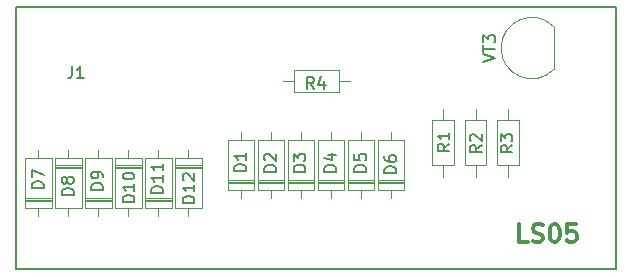
<source format=gbr>
G04 #@! TF.GenerationSoftware,KiCad,Pcbnew,(5.0.0)*
G04 #@! TF.CreationDate,2019-01-17T16:59:51+00:00*
G04 #@! TF.ProjectId,LS05,4C5330352E6B696361645F7063620000,rev?*
G04 #@! TF.SameCoordinates,Original*
G04 #@! TF.FileFunction,Legend,Top*
G04 #@! TF.FilePolarity,Positive*
%FSLAX46Y46*%
G04 Gerber Fmt 4.6, Leading zero omitted, Abs format (unit mm)*
G04 Created by KiCad (PCBNEW (5.0.0)) date 01/17/19 16:59:51*
%MOMM*%
%LPD*%
G01*
G04 APERTURE LIST*
%ADD10C,0.300000*%
%ADD11C,0.120000*%
%ADD12C,0.150000*%
G04 APERTURE END LIST*
D10*
X180756928Y-93833071D02*
X180042642Y-93833071D01*
X180042642Y-92333071D01*
X181185500Y-93761642D02*
X181399785Y-93833071D01*
X181756928Y-93833071D01*
X181899785Y-93761642D01*
X181971214Y-93690214D01*
X182042642Y-93547357D01*
X182042642Y-93404500D01*
X181971214Y-93261642D01*
X181899785Y-93190214D01*
X181756928Y-93118785D01*
X181471214Y-93047357D01*
X181328357Y-92975928D01*
X181256928Y-92904500D01*
X181185500Y-92761642D01*
X181185500Y-92618785D01*
X181256928Y-92475928D01*
X181328357Y-92404500D01*
X181471214Y-92333071D01*
X181828357Y-92333071D01*
X182042642Y-92404500D01*
X182971214Y-92333071D02*
X183114071Y-92333071D01*
X183256928Y-92404500D01*
X183328357Y-92475928D01*
X183399785Y-92618785D01*
X183471214Y-92904500D01*
X183471214Y-93261642D01*
X183399785Y-93547357D01*
X183328357Y-93690214D01*
X183256928Y-93761642D01*
X183114071Y-93833071D01*
X182971214Y-93833071D01*
X182828357Y-93761642D01*
X182756928Y-93690214D01*
X182685500Y-93547357D01*
X182614071Y-93261642D01*
X182614071Y-92904500D01*
X182685500Y-92618785D01*
X182756928Y-92475928D01*
X182828357Y-92404500D01*
X182971214Y-92333071D01*
X184828357Y-92333071D02*
X184114071Y-92333071D01*
X184042642Y-93047357D01*
X184114071Y-92975928D01*
X184256928Y-92904500D01*
X184614071Y-92904500D01*
X184756928Y-92975928D01*
X184828357Y-93047357D01*
X184899785Y-93190214D01*
X184899785Y-93547357D01*
X184828357Y-93690214D01*
X184756928Y-93761642D01*
X184614071Y-93833071D01*
X184256928Y-93833071D01*
X184114071Y-93761642D01*
X184042642Y-93690214D01*
D11*
G04 #@! TO.C,D1*
X155344000Y-88832500D02*
X157584000Y-88832500D01*
X155344000Y-88592500D02*
X157584000Y-88592500D01*
X155344000Y-88712500D02*
X157584000Y-88712500D01*
X156464000Y-84542500D02*
X156464000Y-85192500D01*
X156464000Y-90082500D02*
X156464000Y-89432500D01*
X155344000Y-85192500D02*
X155344000Y-89432500D01*
X157584000Y-85192500D02*
X155344000Y-85192500D01*
X157584000Y-89432500D02*
X157584000Y-85192500D01*
X155344000Y-89432500D02*
X157584000Y-89432500D01*
G04 #@! TO.C,D2*
X157884000Y-89432500D02*
X160124000Y-89432500D01*
X160124000Y-89432500D02*
X160124000Y-85192500D01*
X160124000Y-85192500D02*
X157884000Y-85192500D01*
X157884000Y-85192500D02*
X157884000Y-89432500D01*
X159004000Y-90082500D02*
X159004000Y-89432500D01*
X159004000Y-84542500D02*
X159004000Y-85192500D01*
X157884000Y-88712500D02*
X160124000Y-88712500D01*
X157884000Y-88592500D02*
X160124000Y-88592500D01*
X157884000Y-88832500D02*
X160124000Y-88832500D01*
G04 #@! TO.C,D3*
X160424000Y-88832500D02*
X162664000Y-88832500D01*
X160424000Y-88592500D02*
X162664000Y-88592500D01*
X160424000Y-88712500D02*
X162664000Y-88712500D01*
X161544000Y-84542500D02*
X161544000Y-85192500D01*
X161544000Y-90082500D02*
X161544000Y-89432500D01*
X160424000Y-85192500D02*
X160424000Y-89432500D01*
X162664000Y-85192500D02*
X160424000Y-85192500D01*
X162664000Y-89432500D02*
X162664000Y-85192500D01*
X160424000Y-89432500D02*
X162664000Y-89432500D01*
G04 #@! TO.C,D4*
X162964000Y-89432500D02*
X165204000Y-89432500D01*
X165204000Y-89432500D02*
X165204000Y-85192500D01*
X165204000Y-85192500D02*
X162964000Y-85192500D01*
X162964000Y-85192500D02*
X162964000Y-89432500D01*
X164084000Y-90082500D02*
X164084000Y-89432500D01*
X164084000Y-84542500D02*
X164084000Y-85192500D01*
X162964000Y-88712500D02*
X165204000Y-88712500D01*
X162964000Y-88592500D02*
X165204000Y-88592500D01*
X162964000Y-88832500D02*
X165204000Y-88832500D01*
G04 #@! TO.C,D5*
X165504000Y-88832500D02*
X167744000Y-88832500D01*
X165504000Y-88592500D02*
X167744000Y-88592500D01*
X165504000Y-88712500D02*
X167744000Y-88712500D01*
X166624000Y-84542500D02*
X166624000Y-85192500D01*
X166624000Y-90082500D02*
X166624000Y-89432500D01*
X165504000Y-85192500D02*
X165504000Y-89432500D01*
X167744000Y-85192500D02*
X165504000Y-85192500D01*
X167744000Y-89432500D02*
X167744000Y-85192500D01*
X165504000Y-89432500D02*
X167744000Y-89432500D01*
G04 #@! TO.C,D6*
X168044000Y-89432500D02*
X170284000Y-89432500D01*
X170284000Y-89432500D02*
X170284000Y-85192500D01*
X170284000Y-85192500D02*
X168044000Y-85192500D01*
X168044000Y-85192500D02*
X168044000Y-89432500D01*
X169164000Y-90082500D02*
X169164000Y-89432500D01*
X169164000Y-84542500D02*
X169164000Y-85192500D01*
X168044000Y-88712500D02*
X170284000Y-88712500D01*
X168044000Y-88592500D02*
X170284000Y-88592500D01*
X168044000Y-88832500D02*
X170284000Y-88832500D01*
G04 #@! TO.C,D7*
X138199000Y-90356500D02*
X140439000Y-90356500D01*
X138199000Y-90116500D02*
X140439000Y-90116500D01*
X138199000Y-90236500D02*
X140439000Y-90236500D01*
X139319000Y-86066500D02*
X139319000Y-86716500D01*
X139319000Y-91606500D02*
X139319000Y-90956500D01*
X138199000Y-86716500D02*
X138199000Y-90956500D01*
X140439000Y-86716500D02*
X138199000Y-86716500D01*
X140439000Y-90956500D02*
X140439000Y-86716500D01*
X138199000Y-90956500D02*
X140439000Y-90956500D01*
G04 #@! TO.C,D8*
X142979000Y-86716500D02*
X140739000Y-86716500D01*
X140739000Y-86716500D02*
X140739000Y-90956500D01*
X140739000Y-90956500D02*
X142979000Y-90956500D01*
X142979000Y-90956500D02*
X142979000Y-86716500D01*
X141859000Y-86066500D02*
X141859000Y-86716500D01*
X141859000Y-91606500D02*
X141859000Y-90956500D01*
X142979000Y-87436500D02*
X140739000Y-87436500D01*
X142979000Y-87556500D02*
X140739000Y-87556500D01*
X142979000Y-87316500D02*
X140739000Y-87316500D01*
G04 #@! TO.C,D9*
X143279000Y-90356500D02*
X145519000Y-90356500D01*
X143279000Y-90116500D02*
X145519000Y-90116500D01*
X143279000Y-90236500D02*
X145519000Y-90236500D01*
X144399000Y-86066500D02*
X144399000Y-86716500D01*
X144399000Y-91606500D02*
X144399000Y-90956500D01*
X143279000Y-86716500D02*
X143279000Y-90956500D01*
X145519000Y-86716500D02*
X143279000Y-86716500D01*
X145519000Y-90956500D02*
X145519000Y-86716500D01*
X143279000Y-90956500D02*
X145519000Y-90956500D01*
G04 #@! TO.C,D10*
X148059000Y-86716500D02*
X145819000Y-86716500D01*
X145819000Y-86716500D02*
X145819000Y-90956500D01*
X145819000Y-90956500D02*
X148059000Y-90956500D01*
X148059000Y-90956500D02*
X148059000Y-86716500D01*
X146939000Y-86066500D02*
X146939000Y-86716500D01*
X146939000Y-91606500D02*
X146939000Y-90956500D01*
X148059000Y-87436500D02*
X145819000Y-87436500D01*
X148059000Y-87556500D02*
X145819000Y-87556500D01*
X148059000Y-87316500D02*
X145819000Y-87316500D01*
G04 #@! TO.C,D11*
X148359000Y-90356500D02*
X150599000Y-90356500D01*
X148359000Y-90116500D02*
X150599000Y-90116500D01*
X148359000Y-90236500D02*
X150599000Y-90236500D01*
X149479000Y-86066500D02*
X149479000Y-86716500D01*
X149479000Y-91606500D02*
X149479000Y-90956500D01*
X148359000Y-86716500D02*
X148359000Y-90956500D01*
X150599000Y-86716500D02*
X148359000Y-86716500D01*
X150599000Y-90956500D02*
X150599000Y-86716500D01*
X148359000Y-90956500D02*
X150599000Y-90956500D01*
G04 #@! TO.C,D12*
X153139000Y-86716500D02*
X150899000Y-86716500D01*
X150899000Y-86716500D02*
X150899000Y-90956500D01*
X150899000Y-90956500D02*
X153139000Y-90956500D01*
X153139000Y-90956500D02*
X153139000Y-86716500D01*
X152019000Y-86066500D02*
X152019000Y-86716500D01*
X152019000Y-91606500D02*
X152019000Y-90956500D01*
X153139000Y-87436500D02*
X150899000Y-87436500D01*
X153139000Y-87556500D02*
X150899000Y-87556500D01*
X153139000Y-87316500D02*
X150899000Y-87316500D01*
D12*
G04 #@! TO.C,J1*
X137426000Y-73925500D02*
X188226000Y-73925500D01*
X188226000Y-73925500D02*
X188226000Y-96150500D01*
X188226000Y-96150500D02*
X137426000Y-96150500D01*
X137426000Y-96150500D02*
X137426000Y-73925500D01*
D11*
G04 #@! TO.C,R1*
X172689000Y-87327500D02*
X174529000Y-87327500D01*
X174529000Y-87327500D02*
X174529000Y-83487500D01*
X174529000Y-83487500D02*
X172689000Y-83487500D01*
X172689000Y-83487500D02*
X172689000Y-87327500D01*
X173609000Y-88277500D02*
X173609000Y-87327500D01*
X173609000Y-82537500D02*
X173609000Y-83487500D01*
G04 #@! TO.C,R2*
X176340000Y-82537500D02*
X176340000Y-83487500D01*
X176340000Y-88277500D02*
X176340000Y-87327500D01*
X175420000Y-83487500D02*
X175420000Y-87327500D01*
X177260000Y-83487500D02*
X175420000Y-83487500D01*
X177260000Y-87327500D02*
X177260000Y-83487500D01*
X175420000Y-87327500D02*
X177260000Y-87327500D01*
G04 #@! TO.C,R3*
X179070000Y-82537500D02*
X179070000Y-83487500D01*
X179070000Y-88277500D02*
X179070000Y-87327500D01*
X178150000Y-83487500D02*
X178150000Y-87327500D01*
X179990000Y-83487500D02*
X178150000Y-83487500D01*
X179990000Y-87327500D02*
X179990000Y-83487500D01*
X178150000Y-87327500D02*
X179990000Y-87327500D01*
G04 #@! TO.C,R4*
X164798000Y-81120500D02*
X164798000Y-79280500D01*
X164798000Y-79280500D02*
X160958000Y-79280500D01*
X160958000Y-79280500D02*
X160958000Y-81120500D01*
X160958000Y-81120500D02*
X164798000Y-81120500D01*
X165748000Y-80200500D02*
X164798000Y-80200500D01*
X160008000Y-80200500D02*
X160958000Y-80200500D01*
G04 #@! TO.C,VT3*
X182940478Y-75568022D02*
G75*
G03X178502000Y-77406500I-1838478J-1838478D01*
G01*
X182940478Y-79244978D02*
G75*
G02X178502000Y-77406500I-1838478J1838478D01*
G01*
X182952000Y-79206500D02*
X182952000Y-75606500D01*
G04 #@! TO.C,D1*
D12*
X156916380Y-87796595D02*
X155916380Y-87796595D01*
X155916380Y-87558500D01*
X155964000Y-87415642D01*
X156059238Y-87320404D01*
X156154476Y-87272785D01*
X156344952Y-87225166D01*
X156487809Y-87225166D01*
X156678285Y-87272785D01*
X156773523Y-87320404D01*
X156868761Y-87415642D01*
X156916380Y-87558500D01*
X156916380Y-87796595D01*
X156916380Y-86272785D02*
X156916380Y-86844214D01*
X156916380Y-86558500D02*
X155916380Y-86558500D01*
X156059238Y-86653738D01*
X156154476Y-86748976D01*
X156202095Y-86844214D01*
G04 #@! TO.C,D2*
X159456380Y-87860095D02*
X158456380Y-87860095D01*
X158456380Y-87622000D01*
X158504000Y-87479142D01*
X158599238Y-87383904D01*
X158694476Y-87336285D01*
X158884952Y-87288666D01*
X159027809Y-87288666D01*
X159218285Y-87336285D01*
X159313523Y-87383904D01*
X159408761Y-87479142D01*
X159456380Y-87622000D01*
X159456380Y-87860095D01*
X158551619Y-86907714D02*
X158504000Y-86860095D01*
X158456380Y-86764857D01*
X158456380Y-86526761D01*
X158504000Y-86431523D01*
X158551619Y-86383904D01*
X158646857Y-86336285D01*
X158742095Y-86336285D01*
X158884952Y-86383904D01*
X159456380Y-86955333D01*
X159456380Y-86336285D01*
G04 #@! TO.C,D3*
X161932880Y-87860095D02*
X160932880Y-87860095D01*
X160932880Y-87622000D01*
X160980500Y-87479142D01*
X161075738Y-87383904D01*
X161170976Y-87336285D01*
X161361452Y-87288666D01*
X161504309Y-87288666D01*
X161694785Y-87336285D01*
X161790023Y-87383904D01*
X161885261Y-87479142D01*
X161932880Y-87622000D01*
X161932880Y-87860095D01*
X160932880Y-86955333D02*
X160932880Y-86336285D01*
X161313833Y-86669619D01*
X161313833Y-86526761D01*
X161361452Y-86431523D01*
X161409071Y-86383904D01*
X161504309Y-86336285D01*
X161742404Y-86336285D01*
X161837642Y-86383904D01*
X161885261Y-86431523D01*
X161932880Y-86526761D01*
X161932880Y-86812476D01*
X161885261Y-86907714D01*
X161837642Y-86955333D01*
G04 #@! TO.C,D4*
X164536380Y-87860095D02*
X163536380Y-87860095D01*
X163536380Y-87622000D01*
X163584000Y-87479142D01*
X163679238Y-87383904D01*
X163774476Y-87336285D01*
X163964952Y-87288666D01*
X164107809Y-87288666D01*
X164298285Y-87336285D01*
X164393523Y-87383904D01*
X164488761Y-87479142D01*
X164536380Y-87622000D01*
X164536380Y-87860095D01*
X163869714Y-86431523D02*
X164536380Y-86431523D01*
X163488761Y-86669619D02*
X164203047Y-86907714D01*
X164203047Y-86288666D01*
G04 #@! TO.C,D5*
X167076380Y-87860095D02*
X166076380Y-87860095D01*
X166076380Y-87622000D01*
X166124000Y-87479142D01*
X166219238Y-87383904D01*
X166314476Y-87336285D01*
X166504952Y-87288666D01*
X166647809Y-87288666D01*
X166838285Y-87336285D01*
X166933523Y-87383904D01*
X167028761Y-87479142D01*
X167076380Y-87622000D01*
X167076380Y-87860095D01*
X166076380Y-86383904D02*
X166076380Y-86860095D01*
X166552571Y-86907714D01*
X166504952Y-86860095D01*
X166457333Y-86764857D01*
X166457333Y-86526761D01*
X166504952Y-86431523D01*
X166552571Y-86383904D01*
X166647809Y-86336285D01*
X166885904Y-86336285D01*
X166981142Y-86383904D01*
X167028761Y-86431523D01*
X167076380Y-86526761D01*
X167076380Y-86764857D01*
X167028761Y-86860095D01*
X166981142Y-86907714D01*
G04 #@! TO.C,D6*
X169616380Y-87987095D02*
X168616380Y-87987095D01*
X168616380Y-87749000D01*
X168664000Y-87606142D01*
X168759238Y-87510904D01*
X168854476Y-87463285D01*
X169044952Y-87415666D01*
X169187809Y-87415666D01*
X169378285Y-87463285D01*
X169473523Y-87510904D01*
X169568761Y-87606142D01*
X169616380Y-87749000D01*
X169616380Y-87987095D01*
X168616380Y-86558523D02*
X168616380Y-86749000D01*
X168664000Y-86844238D01*
X168711619Y-86891857D01*
X168854476Y-86987095D01*
X169044952Y-87034714D01*
X169425904Y-87034714D01*
X169521142Y-86987095D01*
X169568761Y-86939476D01*
X169616380Y-86844238D01*
X169616380Y-86653761D01*
X169568761Y-86558523D01*
X169521142Y-86510904D01*
X169425904Y-86463285D01*
X169187809Y-86463285D01*
X169092571Y-86510904D01*
X169044952Y-86558523D01*
X168997333Y-86653761D01*
X168997333Y-86844238D01*
X169044952Y-86939476D01*
X169092571Y-86987095D01*
X169187809Y-87034714D01*
G04 #@! TO.C,D7*
X139771380Y-89257095D02*
X138771380Y-89257095D01*
X138771380Y-89019000D01*
X138819000Y-88876142D01*
X138914238Y-88780904D01*
X139009476Y-88733285D01*
X139199952Y-88685666D01*
X139342809Y-88685666D01*
X139533285Y-88733285D01*
X139628523Y-88780904D01*
X139723761Y-88876142D01*
X139771380Y-89019000D01*
X139771380Y-89257095D01*
X138771380Y-88352333D02*
X138771380Y-87685666D01*
X139771380Y-88114238D01*
G04 #@! TO.C,D8*
X142311380Y-89828595D02*
X141311380Y-89828595D01*
X141311380Y-89590500D01*
X141359000Y-89447642D01*
X141454238Y-89352404D01*
X141549476Y-89304785D01*
X141739952Y-89257166D01*
X141882809Y-89257166D01*
X142073285Y-89304785D01*
X142168523Y-89352404D01*
X142263761Y-89447642D01*
X142311380Y-89590500D01*
X142311380Y-89828595D01*
X141739952Y-88685738D02*
X141692333Y-88780976D01*
X141644714Y-88828595D01*
X141549476Y-88876214D01*
X141501857Y-88876214D01*
X141406619Y-88828595D01*
X141359000Y-88780976D01*
X141311380Y-88685738D01*
X141311380Y-88495261D01*
X141359000Y-88400023D01*
X141406619Y-88352404D01*
X141501857Y-88304785D01*
X141549476Y-88304785D01*
X141644714Y-88352404D01*
X141692333Y-88400023D01*
X141739952Y-88495261D01*
X141739952Y-88685738D01*
X141787571Y-88780976D01*
X141835190Y-88828595D01*
X141930428Y-88876214D01*
X142120904Y-88876214D01*
X142216142Y-88828595D01*
X142263761Y-88780976D01*
X142311380Y-88685738D01*
X142311380Y-88495261D01*
X142263761Y-88400023D01*
X142216142Y-88352404D01*
X142120904Y-88304785D01*
X141930428Y-88304785D01*
X141835190Y-88352404D01*
X141787571Y-88400023D01*
X141739952Y-88495261D01*
G04 #@! TO.C,D9*
X144787880Y-89384095D02*
X143787880Y-89384095D01*
X143787880Y-89146000D01*
X143835500Y-89003142D01*
X143930738Y-88907904D01*
X144025976Y-88860285D01*
X144216452Y-88812666D01*
X144359309Y-88812666D01*
X144549785Y-88860285D01*
X144645023Y-88907904D01*
X144740261Y-89003142D01*
X144787880Y-89146000D01*
X144787880Y-89384095D01*
X144787880Y-88336476D02*
X144787880Y-88146000D01*
X144740261Y-88050761D01*
X144692642Y-88003142D01*
X144549785Y-87907904D01*
X144359309Y-87860285D01*
X143978357Y-87860285D01*
X143883119Y-87907904D01*
X143835500Y-87955523D01*
X143787880Y-88050761D01*
X143787880Y-88241238D01*
X143835500Y-88336476D01*
X143883119Y-88384095D01*
X143978357Y-88431714D01*
X144216452Y-88431714D01*
X144311690Y-88384095D01*
X144359309Y-88336476D01*
X144406928Y-88241238D01*
X144406928Y-88050761D01*
X144359309Y-87955523D01*
X144311690Y-87907904D01*
X144216452Y-87860285D01*
G04 #@! TO.C,D10*
X147454880Y-90431785D02*
X146454880Y-90431785D01*
X146454880Y-90193690D01*
X146502500Y-90050833D01*
X146597738Y-89955595D01*
X146692976Y-89907976D01*
X146883452Y-89860357D01*
X147026309Y-89860357D01*
X147216785Y-89907976D01*
X147312023Y-89955595D01*
X147407261Y-90050833D01*
X147454880Y-90193690D01*
X147454880Y-90431785D01*
X147454880Y-88907976D02*
X147454880Y-89479404D01*
X147454880Y-89193690D02*
X146454880Y-89193690D01*
X146597738Y-89288928D01*
X146692976Y-89384166D01*
X146740595Y-89479404D01*
X146454880Y-88288928D02*
X146454880Y-88193690D01*
X146502500Y-88098452D01*
X146550119Y-88050833D01*
X146645357Y-88003214D01*
X146835833Y-87955595D01*
X147073928Y-87955595D01*
X147264404Y-88003214D01*
X147359642Y-88050833D01*
X147407261Y-88098452D01*
X147454880Y-88193690D01*
X147454880Y-88288928D01*
X147407261Y-88384166D01*
X147359642Y-88431785D01*
X147264404Y-88479404D01*
X147073928Y-88527023D01*
X146835833Y-88527023D01*
X146645357Y-88479404D01*
X146550119Y-88431785D01*
X146502500Y-88384166D01*
X146454880Y-88288928D01*
G04 #@! TO.C,D11*
X149867880Y-89669785D02*
X148867880Y-89669785D01*
X148867880Y-89431690D01*
X148915500Y-89288833D01*
X149010738Y-89193595D01*
X149105976Y-89145976D01*
X149296452Y-89098357D01*
X149439309Y-89098357D01*
X149629785Y-89145976D01*
X149725023Y-89193595D01*
X149820261Y-89288833D01*
X149867880Y-89431690D01*
X149867880Y-89669785D01*
X149867880Y-88145976D02*
X149867880Y-88717404D01*
X149867880Y-88431690D02*
X148867880Y-88431690D01*
X149010738Y-88526928D01*
X149105976Y-88622166D01*
X149153595Y-88717404D01*
X149867880Y-87193595D02*
X149867880Y-87765023D01*
X149867880Y-87479309D02*
X148867880Y-87479309D01*
X149010738Y-87574547D01*
X149105976Y-87669785D01*
X149153595Y-87765023D01*
G04 #@! TO.C,D12*
X152534880Y-90495285D02*
X151534880Y-90495285D01*
X151534880Y-90257190D01*
X151582500Y-90114333D01*
X151677738Y-90019095D01*
X151772976Y-89971476D01*
X151963452Y-89923857D01*
X152106309Y-89923857D01*
X152296785Y-89971476D01*
X152392023Y-90019095D01*
X152487261Y-90114333D01*
X152534880Y-90257190D01*
X152534880Y-90495285D01*
X152534880Y-88971476D02*
X152534880Y-89542904D01*
X152534880Y-89257190D02*
X151534880Y-89257190D01*
X151677738Y-89352428D01*
X151772976Y-89447666D01*
X151820595Y-89542904D01*
X151630119Y-88590523D02*
X151582500Y-88542904D01*
X151534880Y-88447666D01*
X151534880Y-88209571D01*
X151582500Y-88114333D01*
X151630119Y-88066714D01*
X151725357Y-88019095D01*
X151820595Y-88019095D01*
X151963452Y-88066714D01*
X152534880Y-88638142D01*
X152534880Y-88019095D01*
G04 #@! TO.C,J1*
X142172666Y-78957880D02*
X142172666Y-79672166D01*
X142125047Y-79815023D01*
X142029809Y-79910261D01*
X141886952Y-79957880D01*
X141791714Y-79957880D01*
X143172666Y-79957880D02*
X142601238Y-79957880D01*
X142886952Y-79957880D02*
X142886952Y-78957880D01*
X142791714Y-79100738D01*
X142696476Y-79195976D01*
X142601238Y-79243595D01*
G04 #@! TO.C,R1*
X174124880Y-85510666D02*
X173648690Y-85844000D01*
X174124880Y-86082095D02*
X173124880Y-86082095D01*
X173124880Y-85701142D01*
X173172500Y-85605904D01*
X173220119Y-85558285D01*
X173315357Y-85510666D01*
X173458214Y-85510666D01*
X173553452Y-85558285D01*
X173601071Y-85605904D01*
X173648690Y-85701142D01*
X173648690Y-86082095D01*
X174124880Y-84558285D02*
X174124880Y-85129714D01*
X174124880Y-84844000D02*
X173124880Y-84844000D01*
X173267738Y-84939238D01*
X173362976Y-85034476D01*
X173410595Y-85129714D01*
G04 #@! TO.C,R2*
X176855880Y-85637666D02*
X176379690Y-85971000D01*
X176855880Y-86209095D02*
X175855880Y-86209095D01*
X175855880Y-85828142D01*
X175903500Y-85732904D01*
X175951119Y-85685285D01*
X176046357Y-85637666D01*
X176189214Y-85637666D01*
X176284452Y-85685285D01*
X176332071Y-85732904D01*
X176379690Y-85828142D01*
X176379690Y-86209095D01*
X175951119Y-85256714D02*
X175903500Y-85209095D01*
X175855880Y-85113857D01*
X175855880Y-84875761D01*
X175903500Y-84780523D01*
X175951119Y-84732904D01*
X176046357Y-84685285D01*
X176141595Y-84685285D01*
X176284452Y-84732904D01*
X176855880Y-85304333D01*
X176855880Y-84685285D01*
G04 #@! TO.C,R3*
X179458880Y-85637666D02*
X178982690Y-85971000D01*
X179458880Y-86209095D02*
X178458880Y-86209095D01*
X178458880Y-85828142D01*
X178506500Y-85732904D01*
X178554119Y-85685285D01*
X178649357Y-85637666D01*
X178792214Y-85637666D01*
X178887452Y-85685285D01*
X178935071Y-85732904D01*
X178982690Y-85828142D01*
X178982690Y-86209095D01*
X178458880Y-85304333D02*
X178458880Y-84685285D01*
X178839833Y-85018619D01*
X178839833Y-84875761D01*
X178887452Y-84780523D01*
X178935071Y-84732904D01*
X179030309Y-84685285D01*
X179268404Y-84685285D01*
X179363642Y-84732904D01*
X179411261Y-84780523D01*
X179458880Y-84875761D01*
X179458880Y-85161476D01*
X179411261Y-85256714D01*
X179363642Y-85304333D01*
G04 #@! TO.C,R4*
X162647833Y-80843380D02*
X162314500Y-80367190D01*
X162076404Y-80843380D02*
X162076404Y-79843380D01*
X162457357Y-79843380D01*
X162552595Y-79891000D01*
X162600214Y-79938619D01*
X162647833Y-80033857D01*
X162647833Y-80176714D01*
X162600214Y-80271952D01*
X162552595Y-80319571D01*
X162457357Y-80367190D01*
X162076404Y-80367190D01*
X163504976Y-80176714D02*
X163504976Y-80843380D01*
X163266880Y-79795761D02*
X163028785Y-80510047D01*
X163647833Y-80510047D01*
G04 #@! TO.C,VT3*
X176994380Y-78596976D02*
X177994380Y-78263642D01*
X176994380Y-77930309D01*
X176994380Y-77739833D02*
X176994380Y-77168404D01*
X177994380Y-77454119D02*
X176994380Y-77454119D01*
X176994380Y-76930309D02*
X176994380Y-76311261D01*
X177375333Y-76644595D01*
X177375333Y-76501738D01*
X177422952Y-76406500D01*
X177470571Y-76358880D01*
X177565809Y-76311261D01*
X177803904Y-76311261D01*
X177899142Y-76358880D01*
X177946761Y-76406500D01*
X177994380Y-76501738D01*
X177994380Y-76787452D01*
X177946761Y-76882690D01*
X177899142Y-76930309D01*
G04 #@! TD*
M02*

</source>
